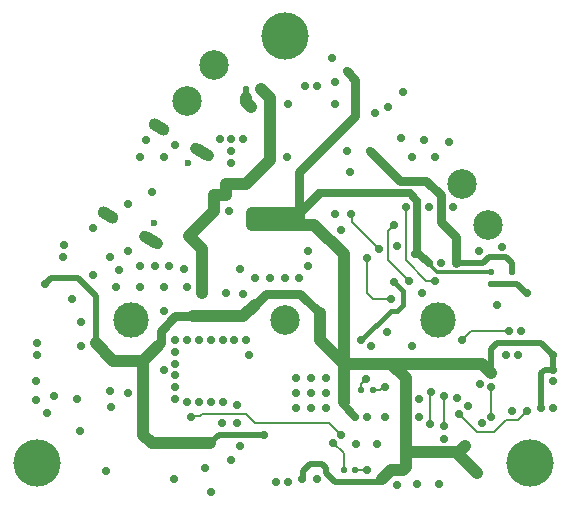
<source format=gbr>
%TF.GenerationSoftware,Altium Limited,Altium Designer,22.7.1 (60)*%
G04 Layer_Physical_Order=4*
G04 Layer_Color=16711680*
%FSLAX45Y45*%
%MOMM*%
%TF.SameCoordinates,ACC7CE07-661A-46B9-B338-6EC4A6F7B09F*%
%TF.FilePolarity,Positive*%
%TF.FileFunction,Copper,L4,Bot,Signal*%
%TF.Part,Single*%
G01*
G75*
%TA.AperFunction,Conductor*%
%ADD10C,0.50000*%
%ADD46C,0.20000*%
%ADD47C,0.70000*%
%ADD48C,0.30000*%
%ADD49C,0.80000*%
%ADD50C,1.00000*%
%ADD51C,0.40000*%
%TA.AperFunction,WasherPad*%
%ADD52C,3.00000*%
%ADD53C,2.50000*%
%ADD54C,4.00000*%
%TA.AperFunction,ComponentPad*%
%ADD55C,2.50000*%
%ADD56C,0.60000*%
G04:AMPARAMS|DCode=57|XSize=2.2mm|YSize=1mm|CornerRadius=0mm|HoleSize=0mm|Usage=FLASHONLY|Rotation=330.000|XOffset=0mm|YOffset=0mm|HoleType=Round|Shape=Round|*
%AMOVALD57*
21,1,1.20000,1.00000,0.00000,0.00000,330.0*
1,1,1.00000,-0.51962,0.30000*
1,1,1.00000,0.51962,-0.30000*
%
%ADD57OVALD57*%

G04:AMPARAMS|DCode=58|XSize=1.9mm|YSize=1mm|CornerRadius=0mm|HoleSize=0mm|Usage=FLASHONLY|Rotation=330.000|XOffset=0mm|YOffset=0mm|HoleType=Round|Shape=Round|*
%AMOVALD58*
21,1,0.90000,1.00000,0.00000,0.00000,330.0*
1,1,1.00000,-0.38971,0.22500*
1,1,1.00000,0.38971,-0.22500*
%
%ADD58OVALD58*%

%TA.AperFunction,ViaPad*%
%ADD59C,0.70000*%
%TA.AperFunction,TestPad*%
G04:AMPARAMS|DCode=60|XSize=0.5mm|YSize=0.5mm|CornerRadius=0.0875mm|HoleSize=0mm|Usage=FLASHONLY|Rotation=270.000|XOffset=0mm|YOffset=0mm|HoleType=Round|Shape=RoundedRectangle|*
%AMROUNDEDRECTD60*
21,1,0.50000,0.32500,0,0,270.0*
21,1,0.32500,0.50000,0,0,270.0*
1,1,0.17500,-0.16250,-0.16250*
1,1,0.17500,-0.16250,0.16250*
1,1,0.17500,0.16250,0.16250*
1,1,0.17500,0.16250,-0.16250*
%
%ADD60ROUNDEDRECTD60*%
G04:AMPARAMS|DCode=61|XSize=0.5mm|YSize=0.5mm|CornerRadius=0.0875mm|HoleSize=0mm|Usage=FLASHONLY|Rotation=0.000|XOffset=0mm|YOffset=0mm|HoleType=Round|Shape=RoundedRectangle|*
%AMROUNDEDRECTD61*
21,1,0.50000,0.32500,0,0,0.0*
21,1,0.32500,0.50000,0,0,0.0*
1,1,0.17500,0.16250,-0.16250*
1,1,0.17500,-0.16250,-0.16250*
1,1,0.17500,-0.16250,0.16250*
1,1,0.17500,0.16250,0.16250*
%
%ADD61ROUNDEDRECTD61*%
D10*
X2678827Y778827D02*
Y837908D01*
X2740919Y900000D01*
X2845711D01*
X2675000Y775000D02*
X2678827Y778827D01*
X4275000Y1675000D02*
Y1875000D01*
X4325000Y1925000D01*
X4700000D01*
X4800000Y1825000D01*
X550000Y2475000D02*
X775000D01*
X500000Y2425000D02*
X550000Y2475000D01*
X925000Y1925000D02*
Y2325000D01*
X775000Y2475000D02*
X925000Y2325000D01*
X1970714Y1150000D02*
X2350000D01*
X1895714Y1075000D02*
X1970714Y1150000D01*
X2845711Y900000D02*
X2875000Y870710D01*
Y825000D02*
Y870710D01*
Y825000D02*
X2950000Y750000D01*
X3325000D02*
X3350000Y775000D01*
X2950000Y750000D02*
X3325000D01*
X4700000Y1670710D02*
X4729289Y1700000D01*
X4700000Y1375000D02*
Y1670710D01*
X4729289Y1700000D02*
X4800000D01*
Y1825000D01*
X4275000Y1675000D02*
X4280412D01*
X3975000Y2600400D02*
X3975400Y2600000D01*
X4207083D01*
X3625000Y2675000D02*
X3628827Y2671173D01*
X3744588Y2600000D02*
X3750000D01*
X3628827Y2671173D02*
X3673415D01*
X4207083Y2600000D02*
X4257083Y2650000D01*
X4400000D01*
X4450000Y2525000D02*
Y2600000D01*
X4400000Y2650000D02*
X4450000Y2600000D01*
X2300000Y4075000D02*
X2325000D01*
X2200000Y4000000D02*
Y4075000D01*
X2200000Y4075000D01*
X4275000Y2425000D02*
X4450000D01*
X4450000Y2425000D01*
X4450463Y2424537D02*
X4495050D01*
X4569588Y2350000D02*
X4575000D01*
X4450000Y2425000D02*
X4450463Y2424537D01*
X4495050D02*
X4569588Y2350000D01*
D46*
X3752406Y1235518D02*
X3756500Y1239612D01*
Y1503169D02*
X3760594Y1507263D01*
X3756500Y1239612D02*
Y1503169D01*
X1807501Y1307501D02*
X1827138Y1327138D01*
X1732500Y1302500D02*
X1737500Y1307501D01*
X1807501D01*
X1827138Y1327138D02*
X2194989D01*
X4100000Y2025000D02*
X4425000D01*
X4025000Y1950000D02*
X4100000Y2025000D01*
X2194989Y1327138D02*
X2272126Y1250000D01*
X3125000Y850000D02*
X3225000D01*
X2932542Y1082542D02*
X3025000Y990084D01*
Y850000D02*
Y990084D01*
X3275000Y2300000D02*
X3425000D01*
X3224753Y2350247D02*
X3275000Y2300000D01*
X3224753Y2350247D02*
Y2642147D01*
X2900000Y1250000D02*
X3000000Y1150000D01*
X2272126Y1250000D02*
X2900000D01*
X3725000Y2450000D02*
X3800000D01*
X3550000Y2625000D02*
X3725000Y2450000D01*
X3550000Y2625000D02*
Y3075000D01*
X3399101Y2874101D02*
X3450000Y2925000D01*
X3399101Y2625899D02*
Y2874101D01*
Y2625899D02*
X3575000Y2450000D01*
X3875000Y1225000D02*
Y1475000D01*
X4000000Y1325000D02*
X4150000Y1175000D01*
X4000000Y1325000D02*
X4000000D01*
X4150000Y1175000D02*
X4300000D01*
X4400000Y1275000D01*
X4500000D02*
X4575000Y1350000D01*
X4400000Y1275000D02*
X4500000D01*
X4275000Y1300000D02*
Y1550000D01*
X3336470Y1525000D02*
X3361470Y1550000D01*
X3275000Y1525000D02*
X3336470D01*
X3361470Y1550000D02*
X3375000D01*
X3175000Y1525000D02*
Y1580000D01*
X3212561Y1617561D01*
Y1621757D01*
X3097489Y2952511D02*
Y3004061D01*
X3087922Y3013628D02*
X3097489Y3004061D01*
Y2952511D02*
X3325000Y2725000D01*
D47*
X3025000Y1400000D02*
X3125000Y1300000D01*
X3025000Y1400000D02*
Y1425000D01*
X3582811Y3192189D02*
X3650000Y3125000D01*
X2817189Y3192189D02*
X3582811D01*
X3673415Y2671173D02*
X3744588Y2600000D01*
X3625000Y2675000D02*
X3650000Y2700000D01*
Y3125000D01*
D48*
X3750000Y2593768D02*
X3818768Y2525000D01*
X3750000Y2593768D02*
Y2600000D01*
X3818768Y2525000D02*
X4275000D01*
D49*
X1450000Y1900000D02*
X1475000Y1925000D01*
Y2025000D01*
X1600000Y2150000D02*
X1750000D01*
X1475000Y2025000D02*
X1600000Y2150000D01*
X2365466Y2340466D02*
X2659533D01*
X2275000Y2250000D02*
X2365466Y2340466D01*
X2659533D02*
X2825000Y2175000D01*
X2650000Y3025000D02*
X2817189Y3192189D01*
X3975000Y2600400D02*
Y2824600D01*
X3050000Y4225000D02*
X3125000Y4150000D01*
Y3850000D02*
Y4150000D01*
X2650000Y3375000D02*
X3125000Y3850000D01*
X2650000Y3025000D02*
Y3375000D01*
X3500000Y3300000D02*
X3724200D01*
X3250000Y3550000D02*
X3500000Y3300000D01*
X3724200D02*
X3849600Y3174600D01*
Y2950000D02*
Y3174600D01*
Y2950000D02*
X3975000Y2824600D01*
D50*
X2350000Y3025000D02*
X2350000Y3025000D01*
X2350000Y2925000D02*
Y3025000D01*
X2450000Y2925000D02*
Y3025000D01*
X2550000Y2925000D02*
Y3025000D01*
X2550000Y3025000D01*
X2650000Y2925000D02*
Y3025000D01*
X2550000Y2925000D02*
X2650000D01*
X2450000D02*
X2550000D01*
X2350000D02*
X2450000D01*
X2250000D02*
X2350000D01*
X2250000D02*
Y3025000D01*
X2250000Y3025000D01*
X2550000D02*
X2650000D01*
X2450000D02*
X2550000D01*
X2350000D02*
X2450000D01*
X2250000D02*
X2350000D01*
X1075000Y1775000D02*
X1325000D01*
X925000Y1925000D02*
X1075000Y1775000D01*
X1400000Y1075000D02*
X1895714D01*
X1325000Y1150000D02*
X1400000Y1075000D01*
X3425000Y850000D02*
X3525000D01*
X3350000Y775000D02*
X3425000Y850000D01*
X3550000Y875000D02*
Y1000000D01*
X3525000Y850000D02*
X3550000Y875000D01*
X1325000Y1150000D02*
Y1775000D01*
X1450000Y1900000D01*
X1750000Y2150000D02*
X2175000D01*
X2275000Y2250000D01*
X1825000Y2350000D02*
Y2720319D01*
X1712092Y2833227D02*
X1825000Y2720319D01*
X2825000Y1950000D02*
Y2175000D01*
Y1950000D02*
X3025000Y1750000D01*
X4000000Y975000D02*
Y1000000D01*
Y975000D02*
X4150000Y825000D01*
X4000000Y1000000D02*
X4050000Y1050000D01*
X3550000Y1000000D02*
X4000000D01*
X3550000D02*
Y1625000D01*
X3425000Y1750000D02*
X3550000Y1625000D01*
X3425000Y1750000D02*
X4200000D01*
X4275000Y1675000D01*
X3025000Y1425000D02*
Y1750000D01*
X3425000D01*
X3025000D02*
Y2675000D01*
X2775000Y2925000D02*
X3025000Y2675000D01*
X2650000Y2925000D02*
X2775000D01*
X2025000Y3275000D02*
X2200000D01*
X2400000Y3475000D02*
Y3925000D01*
X2200000Y3275000D02*
X2400000Y3475000D01*
X2025000Y3175000D02*
Y3275000D01*
X1925000Y3175000D02*
X2025000D01*
X1712092Y2833227D02*
X1925000Y3046135D01*
Y3175000D01*
X2325000Y4075000D02*
X2400000Y4000000D01*
Y3925000D02*
Y4000000D01*
X2200000Y3967875D02*
Y4000000D01*
Y3967875D02*
X2242829Y3925046D01*
D51*
X3175000Y1950000D02*
X3425000Y2200000D01*
X3475000D01*
X3525000Y2250000D01*
Y2366900D01*
X3451371Y2440529D02*
X3525000Y2366900D01*
D52*
X1224900Y2118300D02*
D03*
X3824900D02*
D03*
D53*
X2524900D02*
D03*
D54*
X4601852Y910632D02*
D03*
X430650Y912472D02*
D03*
X2531083Y4526275D02*
D03*
D55*
X1925000Y4275000D02*
D03*
X1700000Y3975000D02*
D03*
X4250000Y2925000D02*
D03*
X4025000Y3275000D02*
D03*
D56*
X1418564Y2943853D02*
D03*
X1708564Y3446147D02*
D03*
D57*
X1823115Y3544556D02*
D03*
X1390615Y2795444D02*
D03*
D58*
X1026884Y3005444D02*
D03*
X1459384Y3754556D02*
D03*
D59*
X1050067Y1521031D02*
D03*
X1013246Y841679D02*
D03*
X3480457Y726090D02*
D03*
X3649555Y734475D02*
D03*
X3832627Y730282D02*
D03*
X568466Y1472614D02*
D03*
X423325Y1438747D02*
D03*
X1586410Y772383D02*
D03*
X1850219Y869016D02*
D03*
X2072475Y933760D02*
D03*
X1992269Y1250717D02*
D03*
X3310085Y1073721D02*
D03*
X3128195D02*
D03*
X3378409Y1300852D02*
D03*
X3752406Y1235518D02*
D03*
X3661730Y1299098D02*
D03*
X3760594Y1507263D02*
D03*
X3665039Y1448797D02*
D03*
X3870978Y1113008D02*
D03*
X3983459Y1462857D02*
D03*
X4075263Y1395038D02*
D03*
X4192679Y1246122D02*
D03*
X4178038Y1574736D02*
D03*
X4362204Y2736293D02*
D03*
X3684760Y2345146D02*
D03*
X3395614Y2022475D02*
D03*
X3600000Y1900000D02*
D03*
X2172523Y2339279D02*
D03*
X3001178Y2879759D02*
D03*
X2052995Y3046483D02*
D03*
X3292977Y3870405D02*
D03*
X3919215Y3624270D02*
D03*
X3600000Y3500000D02*
D03*
X3701122Y3642964D02*
D03*
X3506397Y3664773D02*
D03*
X2549904Y3949851D02*
D03*
X2950260Y4133671D02*
D03*
X2922219Y4340859D02*
D03*
X1355068Y3646079D02*
D03*
X1600000Y3600000D02*
D03*
X1500000Y3500000D02*
D03*
X1300000D02*
D03*
X1400000Y3200000D02*
D03*
X1200000Y3100000D02*
D03*
X654681Y2759055D02*
D03*
X1121384Y2543654D02*
D03*
X1200000Y2700000D02*
D03*
X900000Y2900000D02*
D03*
X1500000Y2200000D02*
D03*
X1700000Y2400000D02*
D03*
X1500000D02*
D03*
X1300000D02*
D03*
X900000Y2500000D02*
D03*
X1100000Y2400000D02*
D03*
X800000Y1900000D02*
D03*
Y2100000D02*
D03*
X1500000Y1700000D02*
D03*
X1200000Y1500000D02*
D03*
X767583Y1451439D02*
D03*
X1058559Y1384377D02*
D03*
X791087Y1181262D02*
D03*
X422116Y1606868D02*
D03*
X511157Y1331123D02*
D03*
X1732500Y1302500D02*
D03*
X2543720Y3497157D02*
D03*
X1901097Y665600D02*
D03*
X650000Y2650000D02*
D03*
X1050000D02*
D03*
X2800000Y775000D02*
D03*
X2675000D02*
D03*
X2557934Y750000D02*
D03*
X2450000D02*
D03*
X425000Y1825000D02*
D03*
Y1925000D02*
D03*
X725000Y2300000D02*
D03*
X4500000Y1825000D02*
D03*
X4425000Y2025000D02*
D03*
X4400000Y1825000D02*
D03*
X500000Y2425000D02*
D03*
X2125000Y1250000D02*
D03*
X3225000Y850000D02*
D03*
X2150000Y1050000D02*
D03*
X1600000Y1950000D02*
D03*
X2400000Y2475000D02*
D03*
X2525000D02*
D03*
X2650000D02*
D03*
X2275000D02*
D03*
X2000000Y1950000D02*
D03*
X2025000Y2350000D02*
D03*
X2200000Y1950000D02*
D03*
X2350000Y1150000D02*
D03*
X1700000Y1950000D02*
D03*
X1600000Y1850000D02*
D03*
X2100000Y1950000D02*
D03*
X1675000Y2550000D02*
D03*
X2725000Y2700000D02*
D03*
X3225000Y1300000D02*
D03*
X3850000Y2600400D02*
D03*
X3975000D02*
D03*
X3800000Y2450000D02*
D03*
X3475000Y2750000D02*
D03*
X2955439Y3015953D02*
D03*
X2950000Y3950000D02*
D03*
X3050000Y4225000D02*
D03*
X3525000Y4050000D02*
D03*
X3400000Y3925000D02*
D03*
X3800000Y3500000D02*
D03*
X3075000Y3375000D02*
D03*
X3050000Y3549600D02*
D03*
X2800000Y4100000D02*
D03*
X2700000D02*
D03*
X3250000Y3550000D02*
D03*
X2650000Y3025000D02*
D03*
Y2925000D02*
D03*
X4175000Y2700000D02*
D03*
X3749200Y3075000D02*
D03*
X3550000D02*
D03*
X3950000D02*
D03*
X3750000Y2600000D02*
D03*
X1712092Y2833227D02*
D03*
X1300000Y2575000D02*
D03*
X1425000D02*
D03*
X1550000D02*
D03*
X2025000Y3275000D02*
D03*
X2075000Y3450000D02*
D03*
Y3550000D02*
D03*
X2175000Y3650000D02*
D03*
X2075000D02*
D03*
X1975000D02*
D03*
X2725000Y2575000D02*
D03*
X2550000Y2925000D02*
D03*
X2450000D02*
D03*
X2350000D02*
D03*
X2250000D02*
D03*
X2550000Y3025000D02*
D03*
X2450000D02*
D03*
X2350000D02*
D03*
X2250000D02*
D03*
X2400000Y3925000D02*
D03*
X2242829Y3925046D02*
D03*
X2025000Y3175000D02*
D03*
X1925000D02*
D03*
X1825000Y2350000D02*
D03*
X3025000Y1750000D02*
D03*
X3254378Y1897082D02*
D03*
X2750000Y1625000D02*
D03*
X2625000D02*
D03*
Y1375000D02*
D03*
X2750000D02*
D03*
X2875000D02*
D03*
Y1500000D02*
D03*
X2625000D02*
D03*
X2750000D02*
D03*
X2875000Y1625000D02*
D03*
X1700000Y1425000D02*
D03*
X3450000Y2925000D02*
D03*
X3575000Y2450000D02*
D03*
X3625000Y2675000D02*
D03*
X4025000Y1950000D02*
D03*
X3875000Y1475000D02*
D03*
Y1225000D02*
D03*
X3125000Y1300000D02*
D03*
X4000000Y1325000D02*
D03*
X4325000Y2250000D02*
D03*
X4575000Y2350000D02*
D03*
X4525000Y2025000D02*
D03*
X4800000Y1600000D02*
D03*
X4575000Y1350000D02*
D03*
X4275000Y1675000D02*
D03*
X4800000Y1825000D02*
D03*
Y1700000D02*
D03*
X4450000Y1350000D02*
D03*
X4800000Y1375000D02*
D03*
X4700000D02*
D03*
X4275000Y1300000D02*
D03*
X4150000Y825000D02*
D03*
X4050000Y1050000D02*
D03*
X4275000Y1550000D02*
D03*
X2932542Y1082542D02*
D03*
X3525000Y850000D02*
D03*
X3000000Y1150000D02*
D03*
X2150000Y2550000D02*
D03*
X3425000Y2300000D02*
D03*
Y1750000D02*
D03*
X3375000Y1550000D02*
D03*
X3212561Y1621757D02*
D03*
X3451371Y2440529D02*
D03*
X3087922Y3013628D02*
D03*
X3224753Y2642147D02*
D03*
X3325000Y2725000D02*
D03*
X3175000Y1950000D02*
D03*
X2225000Y1825000D02*
D03*
X2125000Y1400000D02*
D03*
X2000000Y1425000D02*
D03*
X1900000D02*
D03*
X1800000D02*
D03*
X1600000Y1450000D02*
D03*
Y1550000D02*
D03*
Y1650000D02*
D03*
Y1750000D02*
D03*
X1800000Y1950000D02*
D03*
X1900000D02*
D03*
D60*
X4275000Y2425000D02*
D03*
Y2525000D02*
D03*
X4450000Y2425000D02*
D03*
Y2525000D02*
D03*
D61*
X3125000Y850000D02*
D03*
X3025000D02*
D03*
X2200000Y4075000D02*
D03*
X2300000D02*
D03*
X3275000Y1525000D02*
D03*
X3175000D02*
D03*
%TF.MD5,78b976ebd3f4480f34eccb9d849b861a*%
M02*

</source>
